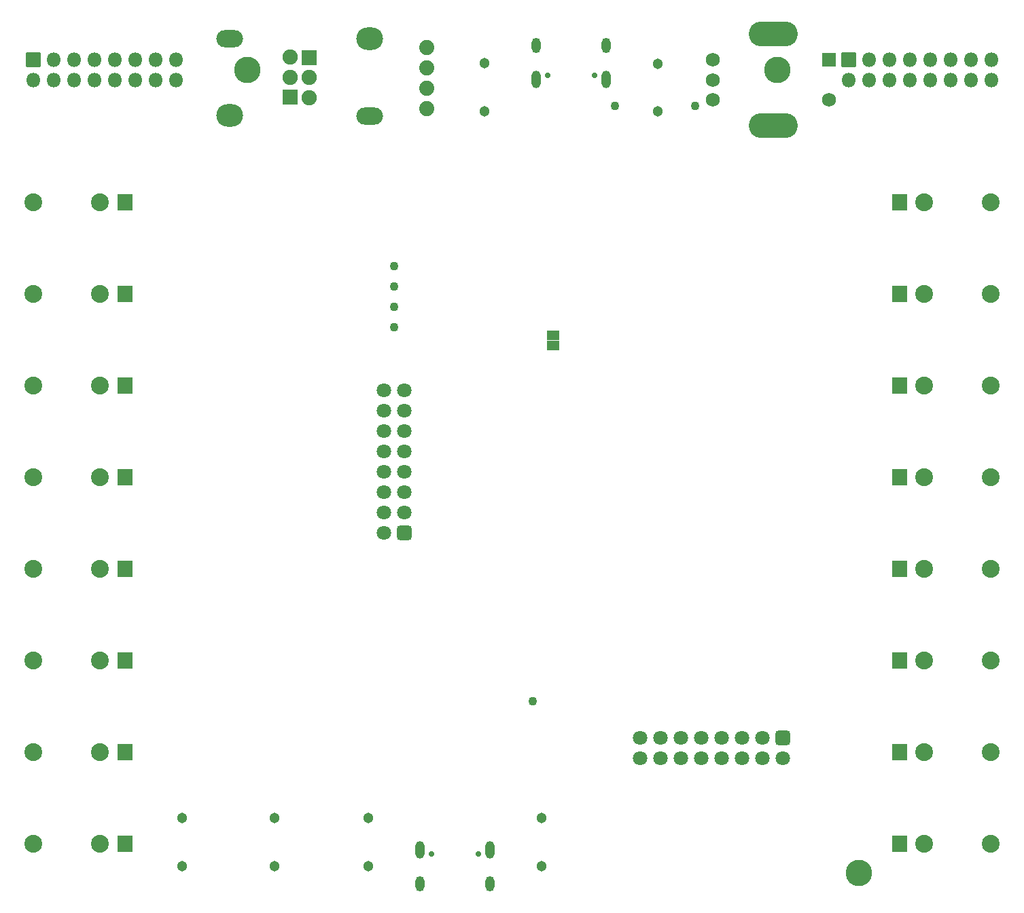
<source format=gbr>
%TF.GenerationSoftware,KiCad,Pcbnew,7.0.6*%
%TF.CreationDate,2024-06-29T14:20:43+02:00*%
%TF.ProjectId,plinkyblack_hwmidi_jacks,706c696e-6b79-4626-9c61-636b5f68776d,rev?*%
%TF.SameCoordinates,Original*%
%TF.FileFunction,Soldermask,Bot*%
%TF.FilePolarity,Negative*%
%FSLAX46Y46*%
G04 Gerber Fmt 4.6, Leading zero omitted, Abs format (unit mm)*
G04 Created by KiCad (PCBNEW 7.0.6) date 2024-06-29 14:20:43*
%MOMM*%
%LPD*%
G01*
G04 APERTURE LIST*
G04 Aperture macros list*
%AMRoundRect*
0 Rectangle with rounded corners*
0 $1 Rounding radius*
0 $2 $3 $4 $5 $6 $7 $8 $9 X,Y pos of 4 corners*
0 Add a 4 corners polygon primitive as box body*
4,1,4,$2,$3,$4,$5,$6,$7,$8,$9,$2,$3,0*
0 Add four circle primitives for the rounded corners*
1,1,$1+$1,$2,$3*
1,1,$1+$1,$4,$5*
1,1,$1+$1,$6,$7*
1,1,$1+$1,$8,$9*
0 Add four rect primitives between the rounded corners*
20,1,$1+$1,$2,$3,$4,$5,0*
20,1,$1+$1,$4,$5,$6,$7,0*
20,1,$1+$1,$6,$7,$8,$9,0*
20,1,$1+$1,$8,$9,$2,$3,0*%
G04 Aperture macros list end*
%ADD10RoundRect,0.051000X0.915000X-0.965000X0.915000X0.965000X-0.915000X0.965000X-0.915000X-0.965000X0*%
%ADD11C,2.232000*%
%ADD12RoundRect,0.051000X-0.915000X0.965000X-0.915000X-0.965000X0.915000X-0.965000X0.915000X0.965000X0*%
%ADD13RoundRect,0.301000X-0.600000X0.600000X-0.600000X-0.600000X0.600000X-0.600000X0.600000X0.600000X0*%
%ADD14C,1.802000*%
%ADD15RoundRect,0.051000X0.850000X-0.850000X0.850000X0.850000X-0.850000X0.850000X-0.850000X-0.850000X0*%
%ADD16O,1.802000X1.802000*%
%ADD17O,3.342000X2.822000*%
%ADD18O,3.342001X2.134000*%
%ADD19RoundRect,0.051000X-0.900000X0.900000X-0.900000X-0.900000X0.900000X-0.900000X0.900000X0.900000X0*%
%ADD20C,1.902000*%
%ADD21RoundRect,0.301000X0.600000X0.600000X-0.600000X0.600000X-0.600000X-0.600000X0.600000X-0.600000X0*%
%ADD22C,1.880000*%
%ADD23RoundRect,0.051000X0.900000X-0.900000X0.900000X0.900000X-0.900000X0.900000X-0.900000X-0.900000X0*%
%ADD24C,3.302000*%
%ADD25RoundRect,0.051000X-0.825000X0.825000X-0.825000X-0.825000X0.825000X-0.825000X0.825000X0.825000X0*%
%ADD26C,1.752000*%
%ADD27O,6.102000X3.102000*%
%ADD28C,1.302000*%
%ADD29C,0.702000*%
%ADD30O,1.104000X2.204000*%
%ADD31O,1.104000X1.904000*%
%ADD32RoundRect,0.051000X0.750000X-0.500000X0.750000X0.500000X-0.750000X0.500000X-0.750000X-0.500000X0*%
%ADD33C,1.102000*%
G04 APERTURE END LIST*
D10*
%TO.C,J4*%
X27940000Y-115570000D03*
D11*
X16540000Y-115570000D03*
X24840000Y-115570000D03*
%TD*%
D12*
%TO.C,J6*%
X124460000Y-46990000D03*
D11*
X135860000Y-46990000D03*
X127560000Y-46990000D03*
%TD*%
D12*
%TO.C,J7*%
X124460000Y-58420000D03*
D11*
X135860000Y-58420000D03*
X127560000Y-58420000D03*
%TD*%
D10*
%TO.C,J8*%
X27940000Y-81280000D03*
D11*
X16540000Y-81280000D03*
X24840000Y-81280000D03*
%TD*%
D10*
%TO.C,J9*%
X27940000Y-92710000D03*
D11*
X16540000Y-92710000D03*
X24840000Y-92710000D03*
%TD*%
D12*
%TO.C,J15*%
X124460000Y-104140000D03*
D11*
X135860000Y-104140000D03*
X127560000Y-104140000D03*
%TD*%
D12*
%TO.C,J17*%
X124460000Y-92710000D03*
D11*
X135860000Y-92710000D03*
X127560000Y-92710000D03*
%TD*%
D13*
%TO.C,JP1*%
X109918500Y-113792000D03*
D14*
X109918500Y-116332000D03*
X107378500Y-113792000D03*
X107378500Y-116332000D03*
X104838500Y-113792000D03*
X104838500Y-116332000D03*
X102298500Y-113792000D03*
X102298500Y-116332000D03*
X99758500Y-113792000D03*
X99758500Y-116332000D03*
X97218500Y-113792000D03*
X97218500Y-116332000D03*
X94678500Y-113792000D03*
X94678500Y-116332000D03*
X92138500Y-113792000D03*
X92138500Y-116332000D03*
%TD*%
D15*
%TO.C,J12*%
X118110000Y-29210000D03*
D16*
X118110000Y-31750000D03*
X120650000Y-29210000D03*
X120650000Y-31750000D03*
X123190000Y-29210000D03*
X123190000Y-31750000D03*
X125730000Y-29210000D03*
X125730000Y-31750000D03*
X128270000Y-29210000D03*
X128270000Y-31750000D03*
X130810000Y-29210000D03*
X130810000Y-31750000D03*
X133350000Y-29210000D03*
X133350000Y-31750000D03*
X135890000Y-29210000D03*
X135890000Y-31750000D03*
%TD*%
D10*
%TO.C,J3*%
X27940000Y-104140000D03*
D11*
X16540000Y-104140000D03*
X24840000Y-104140000D03*
%TD*%
D12*
%TO.C,J14*%
X124460000Y-127000000D03*
D11*
X135860000Y-127000000D03*
X127560000Y-127000000D03*
%TD*%
D17*
%TO.C,RV1*%
X41014000Y-36209000D03*
D18*
X41014000Y-26609000D03*
D19*
X48514000Y-33909000D03*
D20*
X48514000Y-31409000D03*
X48514000Y-28909000D03*
%TD*%
D10*
%TO.C,J10*%
X27940000Y-127000000D03*
D11*
X16540000Y-127000000D03*
X24840000Y-127000000D03*
%TD*%
D10*
%TO.C,J11*%
X27940000Y-46990000D03*
D11*
X16540000Y-46990000D03*
X24840000Y-46990000D03*
%TD*%
D12*
%TO.C,J22*%
X124460000Y-69850000D03*
D11*
X135860000Y-69850000D03*
X127560000Y-69850000D03*
%TD*%
D12*
%TO.C,J23*%
X124460000Y-81280000D03*
D11*
X135860000Y-81280000D03*
X127560000Y-81280000D03*
%TD*%
D12*
%TO.C,J16*%
X124460000Y-115570000D03*
D11*
X135860000Y-115570000D03*
X127560000Y-115570000D03*
%TD*%
D15*
%TO.C,J13*%
X16510000Y-29210000D03*
D16*
X16510000Y-31750000D03*
X19050000Y-29210000D03*
X19050000Y-31750000D03*
X21590000Y-29210000D03*
X21590000Y-31750000D03*
X24130000Y-29210000D03*
X24130000Y-31750000D03*
X26670000Y-29210000D03*
X26670000Y-31750000D03*
X29210000Y-29210000D03*
X29210000Y-31750000D03*
X31750000Y-29210000D03*
X31750000Y-31750000D03*
X34290000Y-29210000D03*
X34290000Y-31750000D03*
%TD*%
D21*
%TO.C,J25*%
X62738000Y-88265000D03*
D14*
X60198000Y-88265000D03*
X62738000Y-85725000D03*
X60198000Y-85725000D03*
X62738000Y-83185000D03*
X60198000Y-83185000D03*
X62738000Y-80645000D03*
X60198000Y-80645000D03*
X62738000Y-78105000D03*
X60198000Y-78105000D03*
X62738000Y-75565000D03*
X60198000Y-75565000D03*
X62738000Y-73025000D03*
X60198000Y-73025000D03*
X62738000Y-70485000D03*
X60198000Y-70485000D03*
%TD*%
D22*
%TO.C,J20*%
X65524000Y-27686000D03*
X65524000Y-30226000D03*
X65524000Y-32766000D03*
X65524000Y-35306000D03*
%TD*%
D17*
%TO.C,RV2*%
X58427000Y-26656000D03*
D18*
X58427000Y-36256000D03*
D23*
X50927000Y-28956000D03*
D20*
X50927000Y-31456000D03*
X50927000Y-33956000D03*
%TD*%
D10*
%TO.C,J2*%
X27940000Y-58420000D03*
D11*
X16540000Y-58420000D03*
X24840000Y-58420000D03*
%TD*%
D10*
%TO.C,J1*%
X27940000Y-69850000D03*
D11*
X16540000Y-69850000D03*
X24840000Y-69850000D03*
%TD*%
D24*
%TO.C,H1*%
X119380000Y-130683000D03*
%TD*%
%TO.C,H2*%
X109220000Y-30480000D03*
%TD*%
%TO.C,H4*%
X43180000Y-30480000D03*
%TD*%
D25*
%TO.C,MT1*%
X115712000Y-29250000D03*
D26*
X115712000Y-34250000D03*
X101212000Y-29250000D03*
X101212000Y-34250000D03*
X101212000Y-31750000D03*
D27*
X108712000Y-26050000D03*
X108712000Y-37450000D03*
%TD*%
D28*
%TO.C,J32*%
X79897715Y-129803484D03*
X79897715Y-123803484D03*
%TD*%
%TO.C,J28*%
X58246046Y-129811092D03*
X58246046Y-123811092D03*
%TD*%
%TO.C,J30*%
X35117206Y-129810030D03*
X35117206Y-123810030D03*
%TD*%
D29*
%TO.C,U19*%
X86435928Y-31172273D03*
X80655928Y-31172273D03*
D30*
X87870928Y-31662273D03*
X79220928Y-31662273D03*
D31*
X87870928Y-27492273D03*
X79220928Y-27492273D03*
%TD*%
D28*
%TO.C,J31*%
X72712306Y-29698056D03*
X72712306Y-35698056D03*
%TD*%
%TO.C,J33*%
X94339677Y-29716578D03*
X94339677Y-35716578D03*
%TD*%
%TO.C,J29*%
X46626898Y-129810030D03*
X46626898Y-123810030D03*
%TD*%
D29*
%TO.C,U20*%
X66181311Y-128324022D03*
X71961311Y-128324022D03*
D30*
X64746311Y-127834022D03*
X73396311Y-127834022D03*
D31*
X64746311Y-132004022D03*
X73396311Y-132004022D03*
%TD*%
D32*
%TO.C,JP2*%
X81280000Y-64912000D03*
X81280000Y-63612000D03*
%TD*%
D33*
%TO.C,TPDEBUG1*%
X61468000Y-54991000D03*
%TD*%
%TO.C,T_JTCK1*%
X61468000Y-62611000D03*
%TD*%
%TO.C,T_JTMS1*%
X61468000Y-60071000D03*
%TD*%
%TO.C,T_NRST1*%
X61468000Y-57531000D03*
%TD*%
%TO.C,T_VBUS1*%
X78732890Y-109247267D03*
%TD*%
%TO.C,T_AUDIOR1*%
X88980000Y-34972000D03*
%TD*%
%TO.C,T_AUDIOL1*%
X98980000Y-34972000D03*
%TD*%
M02*

</source>
